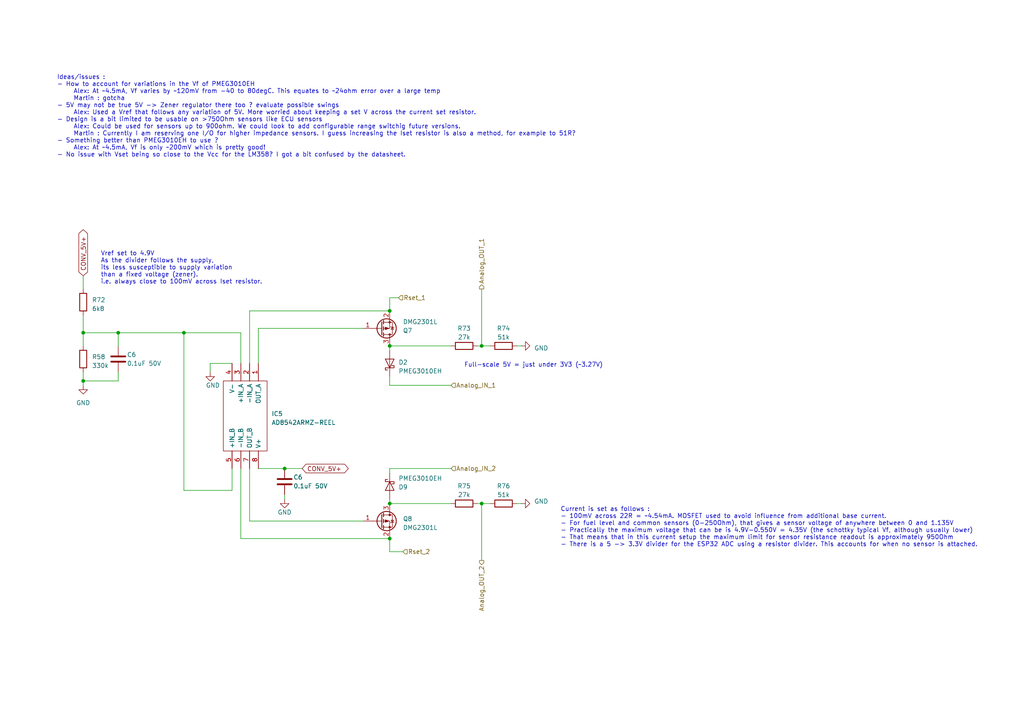
<source format=kicad_sch>
(kicad_sch (version 20230121) (generator eeschema)
  (paper "A4")
  (title_block (title "Vehicle Emulator Board") (date "2025-03-09") (rev "1.0.0") (comment 1 "https://github.com/martinroger/VXDash") (comment 2 "https://cadlab.io/projects/vxdash"))
  (lib_symbols
    (symbol "Device:C" (pin_numbers hide) (pin_names (offset 0.254))
      (property "Reference" "C" (at 0.635 2.54 0))
      (property "Value" "C" (at 0.635 -2.54 0))
      (symbol "C_0_1"
        (polyline (pts (xy -2.032 -0.762) (xy 2.032 -0.762)) (stroke (width 0.508)))
        (polyline (pts (xy -2.032 0.762) (xy 2.032 0.762)) (stroke (width 0.508)))
      )
      (symbol "C_1_1"
        (pin passive line (at 0 3.81 270) (length 2.794) (name "~") (number "1"))
        (pin passive line (at 0 -3.81 90) (length 2.794) (name "~") (number "2"))
      )
    )
    (symbol "Device:Q_PMOS_GSD" (pin_names (offset 0) hide)
      (property "Reference" "Q" (at 5.08 1.27 0))
      (property "Value" "Q_PMOS_GSD" (at 5.08 -1.27 0))
      (symbol "Q_PMOS_GSD_0_1"
        (polyline (pts (xy 0.254 0) (xy -2.54 0)))
        (polyline (pts (xy 0.254 1.905) (xy 0.254 -1.905)) (stroke (width 0.254)))
        (polyline (pts (xy 0.762 -1.27) (xy 0.762 -2.286)) (stroke (width 0.254)))
        (polyline (pts (xy 0.762 0.508) (xy 0.762 -0.508)) (stroke (width 0.254)))
        (polyline (pts (xy 0.762 2.286) (xy 0.762 1.27)) (stroke (width 0.254)))
        (polyline (pts (xy 2.54 2.54) (xy 2.54 1.778)))
        (polyline (pts (xy 2.54 -2.54) (xy 2.54 0) (xy 0.762 0)))
        (polyline (pts (xy 0.762 1.778) (xy 3.302 1.778) (xy 3.302 -1.778) (xy 0.762 -1.778)))
        (polyline (pts (xy 2.286 0) (xy 1.27 0.381) (xy 1.27 -0.381) (xy 2.286 0)) (fill (type outline)))
        (polyline (pts (xy 2.794 -0.508) (xy 2.921 -0.381) (xy 3.683 -0.381) (xy 3.81 -0.254)))
        (polyline (pts (xy 3.302 -0.381) (xy 2.921 0.254) (xy 3.683 0.254) (xy 3.302 -0.381)))
        (circle (center 1.651 0) (radius 2.794) (stroke (width 0.254)))
        (circle (center 2.54 -1.778) (radius 0.254) (fill (type outline)))
        (circle (center 2.54 1.778) (radius 0.254) (fill (type outline)))
      )
      (symbol "Q_PMOS_GSD_1_1"
        (pin input line (at -5.08 0 0) (length 2.54) (name "G") (number "1"))
        (pin passive line (at 2.54 -5.08 90) (length 2.54) (name "S") (number "2"))
        (pin passive line (at 2.54 5.08 270) (length 2.54) (name "D") (number "3"))
      )
    )
    (symbol "Device:R" (pin_numbers hide) (pin_names (offset 0))
      (property "Reference" "R" (at 2.032 0 90))
      (property "Value" "R" (at 0 0 90))
      (symbol "R_0_1"
        (rectangle (start -1.016 -2.54) (end 1.016 2.54) (stroke (width 0.254)))
      )
      (symbol "R_1_1"
        (pin passive line (at 0 3.81 270) (length 1.27) (name "~") (number "1"))
        (pin passive line (at 0 -3.81 90) (length 1.27) (name "~") (number "2"))
      )
    )
    (symbol "Diode:PMEG3010EH" (pin_numbers hide) (pin_names hide)
      (property "Reference" "D" (at 0 2.54 0))
      (property "Value" "PMEG3010EH" (at 0 -2.54 0))
      (symbol "PMEG3010EH_0_1"
        (polyline (pts (xy 1.27 0) (xy -1.27 0)))
        (polyline (pts (xy 1.27 1.27) (xy 1.27 -1.27) (xy -1.27 0) (xy 1.27 1.27)) (stroke (width 0.2032)))
        (polyline (pts (xy -1.905 0.635) (xy -1.905 1.27) (xy -1.27 1.27) (xy -1.27 -1.27) (xy -0.635 -1.27) (xy -0.635 -0.635)) (stroke (width 0.2032)))
      )
      (symbol "PMEG3010EH_1_1"
        (pin passive line (at -3.81 0 0) (length 2.54) (name "K") (number "1"))
        (pin passive line (at 3.81 0 180) (length 2.54) (name "A") (number "2"))
      )
    )
    (symbol "SamacSys_Parts:AD8542ARMZ-REEL" (pin_names (offset 0.762))
      (property "Reference" "IC" (at 26.67 7.62 0))
      (property "Value" "AD8542ARMZ-REEL" (at 26.67 5.08 0))
      (symbol "AD8542ARMZ-REEL_0_0"
        (pin passive line (at 0 0 0) (length 5.08) (name "OUT_A") (number "1"))
        (pin passive line (at 0 -2.54 0) (length 5.08) (name "-IN_A") (number "2"))
        (pin passive line (at 0 -5.08 0) (length 5.08) (name "+IN_A") (number "3"))
        (pin passive line (at 0 -7.62 0) (length 5.08) (name "V-") (number "4"))
        (pin passive line (at 30.48 -7.62 180) (length 5.08) (name "+IN_B") (number "5"))
        (pin passive line (at 30.48 -5.08 180) (length 5.08) (name "-IN_B") (number "6"))
        (pin passive line (at 30.48 -2.54 180) (length 5.08) (name "OUT_B") (number "7"))
        (pin passive line (at 30.48 0 180) (length 5.08) (name "V+") (number "8"))
      )
      (symbol "AD8542ARMZ-REEL_0_1"
        (polyline (pts (xy 5.08 2.54) (xy 25.4 2.54) (xy 25.4 -10.16) (xy 5.08 -10.16) (xy 5.08 2.54)) (stroke (width 0.1524)))
      )
    )
    (symbol "power:GND" (power) (pin_names (offset 0))
      (property "Value" "GND" (at 0 -3.81 0))
      (symbol "GND_0_1"
        (polyline (pts (xy 0 0) (xy 0 -1.27) (xy 1.27 -1.27) (xy 0 -2.54) (xy -1.27 -1.27) (xy 0 -1.27)))
      )
      (symbol "GND_1_1"
        (pin power_in line (at 0 0 270) (length 0) hide (name "GND") (number "1"))
      )
    )
  )
  (junction (at 113.03 90.17))
  (junction (at 139.7 100.33))
  (junction (at 113.03 146.05))
  (junction (at 139.7 146.05))
  (junction (at 82.55 135.89))
  (junction (at 53.34 96.52))
  (junction (at 24.13 110.49))
  (junction (at 113.03 100.33))
  (junction (at 34.29 96.52))
  (junction (at 113.03 156.21))
  (junction (at 24.13 96.52))
  (wire (pts (xy 34.29 107.95) (xy 34.29 110.49)))
  (wire (pts (xy 72.39 135.89) (xy 72.39 151.13)))
  (wire (pts (xy 113.03 146.05) (xy 113.03 144.78)))
  (wire (pts (xy 34.29 96.52) (xy 53.34 96.52)))
  (wire (pts (xy 60.96 105.41) (xy 67.31 105.41)))
  (wire (pts (xy 24.13 96.52) (xy 34.29 96.52)))
  (wire (pts (xy 74.93 105.41) (xy 74.93 95.25)))
  (wire (pts (xy 139.7 146.05) (xy 139.7 162.56)))
  (wire (pts (xy 69.85 105.41) (xy 69.85 96.52)))
  (wire (pts (xy 113.03 86.36) (xy 115.57 86.36)))
  (wire (pts (xy 24.13 110.49) (xy 24.13 111.76)))
  (wire (pts (xy 24.13 110.49) (xy 34.29 110.49)))
  (wire (pts (xy 67.31 135.89) (xy 67.31 142.24)))
  (wire (pts (xy 82.55 135.89) (xy 87.63 135.89)))
  (wire (pts (xy 139.7 146.05) (xy 142.24 146.05)))
  (wire (pts (xy 72.39 105.41) (xy 72.39 90.17)))
  (wire (pts (xy 139.7 83.82) (xy 139.7 100.33)))
  (wire (pts (xy 53.34 96.52) (xy 69.85 96.52)))
  (wire (pts (xy 72.39 90.17) (xy 113.03 90.17)))
  (wire (pts (xy 67.31 142.24) (xy 53.34 142.24)))
  (wire (pts (xy 24.13 107.95) (xy 24.13 110.49)))
  (wire (pts (xy 24.13 96.52) (xy 24.13 100.33)))
  (wire (pts (xy 24.13 91.44) (xy 24.13 96.52)))
  (wire (pts (xy 149.86 100.33) (xy 151.13 100.33)))
  (wire (pts (xy 113.03 100.33) (xy 130.81 100.33)))
  (wire (pts (xy 130.81 135.89) (xy 113.03 135.89)))
  (wire (pts (xy 74.93 95.25) (xy 105.41 95.25)))
  (wire (pts (xy 113.03 135.89) (xy 113.03 137.16)))
  (wire (pts (xy 82.55 144.78) (xy 82.55 143.51)))
  (wire (pts (xy 113.03 146.05) (xy 130.81 146.05)))
  (wire (pts (xy 60.96 107.95) (xy 60.96 105.41)))
  (wire (pts (xy 53.34 142.24) (xy 53.34 96.52)))
  (wire (pts (xy 113.03 111.76) (xy 130.81 111.76)))
  (wire (pts (xy 113.03 160.02) (xy 116.84 160.02)))
  (wire (pts (xy 138.43 146.05) (xy 139.7 146.05)))
  (wire (pts (xy 113.03 109.22) (xy 113.03 111.76)))
  (wire (pts (xy 113.03 86.36) (xy 113.03 90.17)))
  (wire (pts (xy 24.13 80.01) (xy 24.13 83.82)))
  (wire (pts (xy 142.24 100.33) (xy 139.7 100.33)))
  (wire (pts (xy 69.85 135.89) (xy 69.85 156.21)))
  (wire (pts (xy 34.29 96.52) (xy 34.29 100.33)))
  (wire (pts (xy 149.86 146.05) (xy 151.13 146.05)))
  (wire (pts (xy 113.03 156.21) (xy 69.85 156.21)))
  (wire (pts (xy 113.03 100.33) (xy 113.03 101.6)))
  (wire (pts (xy 138.43 100.33) (xy 139.7 100.33)))
  (wire (pts (xy 72.39 151.13) (xy 105.41 151.13)))
  (wire (pts (xy 74.93 135.89) (xy 82.55 135.89)))
  (wire (pts (xy 113.03 160.02) (xy 113.03 156.21)))
  (text "Vref set to 4.9V\nAs the divider follows the supply,\nits less susceptible to supply variation \nthan a fixed voltage (zener).\ni.e. always close to 100mV across Iset resistor." (at 29.21 82.55 0) (effects (font (size 1.27 1.27)) (justify left bottom)))
  (text "Full-scale 5V = just under 3V3 (~3.27V)" (at 134.62 106.68 0) (effects (font (size 1.27 1.27)) (justify left bottom)))
  (text "Current is set as follows :\n- 100mV across 22R = ~4.54mA. MOSFET used to avoid influence from additional base current.\n- For fuel level and common sensors (0-250Ohm), that gives a sensor voltage of anywhere between 0 and 1.135V\n- Practically the maximum voltage that can be is 4.9V-0.550V = 4.35V (the schottky typical Vf, although usually lower)\n- That means that in this current setup the maximum limit for sensor resistance readout is approximately 950Ohm\n- There is a 5 -> 3.3V divider for the ESP32 ADC using a resistor divider. This accounts for when no sensor is attached." (at 162.56 158.75 0) (effects (font (size 1.27 1.27)) (justify left bottom)))
  (text "Ideas/issues : \n- How to account for variations in the Vf of PMEG3010EH\n	Alex: At ~4.5mA, Vf varies by ~120mV from -40 to 80degC. This equates to ~24ohm error over a large temp\n	Martin : gotcha\n- 5V may not be true 5V -> Zener regulator there too ? evaluate possible swings\n	Alex: Used a Vref that follows any variation of 5V. More worried about keeping a set V across the current set resistor.\n- Design is a bit limited to be usable on >750Ohm sensors like ECU sensors\n	Alex: Could be used for sensors up to 900ohm. We could look to add configurable range switchig future versions.\n	Martin : Currently I am reserving one I/O for higher impedance sensors. I guess increasing the Iset resistor is also a method, for example to 51R?\n- Something better than PMEG3010EH to use ?\n	Alex: At ~4.5mA, Vf is only ~200mV which is pretty good!\n- No issue with Vset being so close to the Vcc for the LM358? I got a bit confused by the datasheet." (at 16.51 45.72 0) (effects (font (size 1.27 1.27)) (justify left bottom)))
  (global_label "CONV_5V+" (shape bidirectional) (at 87.63 135.89 0) (property "Intersheetrefs" "${INTERSHEET_REFS}" (effects hide)))
  (global_label "CONV_5V+" (shape bidirectional) (at 24.13 80.01 90) (property "Intersheetrefs" "${INTERSHEET_REFS}" (effects hide)))
  (hierarchical_label "Analog_IN_1" (shape input) (at 130.81 111.76 0))
  (hierarchical_label "Analog_IN_2" (shape input) (at 130.81 135.89 0))
  (hierarchical_label "Analog_OUT_1" (shape output) (at 139.7 83.82 90))
  (hierarchical_label "Analog_OUT_2" (shape output) (at 139.7 162.56 270))
  (hierarchical_label "Rset_1" (shape input) (at 115.57 86.36 0))
  (hierarchical_label "Rset_2" (shape input) (at 116.84 160.02 0))
  (symbol (lib_id "power:GND") (at 151.13 100.33 90) (unit 1)
    (property "Reference" "#PWR071" (effects hide))
    (property "Value" "GND" (at 154.94 100.965 90) (effects (justify right)))
    (instances (project "Vehicle Emulator Board" (path "" (reference "#PWR071") (unit 1)) (path "" (reference "#PWR061") (unit 1)) (path "" (reference "#PWR075") (unit 1))))
  )
  (symbol (lib_id "Device:Q_PMOS_GSD") (at 110.49 151.13 0) (unit 1)
    (property "Reference" "Q8" (at 116.84 150.495 0) (effects (justify left)))
    (property "Value" "DMG2301L" (at 116.84 153.035 0) (effects (justify left)))
    (property "Footprint" "Package_TO_SOT_SMD:SOT-23" (effects hide))
    (property "Datasheet" "https://www.diodes.com/assets/Datasheets/DMG2301L.pdf" (effects hide))
    (property "Description" "MOSFET P-CH 20V 3A SOT23" (effects hide))
    (property "Manufacturer_Name" "Diodes Incorporated" (effects hide))
    (property "Manufacturer_Part_Number" "DMG2301L-7" (effects hide))
    (instances (project "Vehicle Emulator Board" (path "" (reference "Q8") (unit 1)) (path "" (reference "Q4") (unit 1)) (path "" (reference "Q6") (unit 1))))
  )
  (symbol (lib_id "power:GND") (at 82.55 144.78 0) (unit 1)
    (property "Reference" "#PWR069" (effects hide))
    (property "Value" "GND" (at 82.55 148.59 0))
    (instances (project "Vehicle Emulator Board" (path "" (reference "#PWR069") (unit 1)) (path "" (reference "#PWR060") (unit 1)) (path "" (reference "#PWR074") (unit 1))))
  )
  (symbol (lib_id "power:GND") (at 151.13 146.05 90) (mirror x) (unit 1)
    (property "Reference" "#PWR072" (effects hide))
    (property "Value" "GND" (at 154.94 145.415 90) (effects (justify right)))
    (instances (project "Vehicle Emulator Board" (path "" (reference "#PWR072") (unit 1)) (path "" (reference "#PWR073") (unit 1)) (path "" (reference "#PWR076") (unit 1))))
  )
  (symbol (lib_id "Diode:PMEG3010EH") (at 113.03 140.97 90) (mirror x) (unit 1)
    (property "Reference" "D9" (at 115.57 141.2875 90) (effects (justify right)))
    (property "Value" "PMEG3010EH" (at 115.57 138.7475 90) (effects (justify right)))
    (property "Footprint" "Diode_SMD:D_SOD-123F" (effects hide))
    (property "Datasheet" "https://assets.nexperia.com/documents/data-sheet/PMEG3010EH_EJ_ET.pdf" (effects hide))
    (property "Description" "DIODE SCHOTTKY 30V 1A SOD123F" (effects hide))
    (property "Manufacturer_Name" "Nexperia" (effects hide))
    (property "Manufacturer_Part_Number" "PMEG3010EH,115" (effects hide))
    (instances (project "Vehicle Emulator Board" (path "" (reference "D9") (unit 1)) (path "" (reference "D4") (unit 1)) (path "" (reference "D6") (unit 1))))
  )
  (symbol (lib_id "SamacSys_Parts:AD8542ARMZ-REEL") (at 74.93 105.41 270) (unit 1)
    (property "Reference" "IC5" (at 78.74 120.015 90) (effects (justify left)))
    (property "Value" "AD8542ARMZ-REEL" (at 78.74 122.555 90) (effects (justify left)))
    (property "Footprint" "SOP65P490X110-8N" (effects hide))
    (property "Datasheet" "https://www.analog.com/AD8542/datasheet" (effects hide))
    (property "Description" " Single-supply operation: 2.7 V to 5.5 V  Low supply current: 45 A/amplifier  Wide bandwidth: 1 MHz  No phase reversal  Low input currents: 4 pA  Unity gain stable  Rail-to-rail input and output  AEC-Q100 qualified for automotive applications" (effects hide))
    (property "Height" "1.1" (effects hide))
    (property "Manufacturer_Name" "Analog Devices" (effects hide))
    (property "Manufacturer_Part_Number" "AD8542ARMZ-REEL" (effects hide))
    (property "Mouser Part Number" "584-AD8542ARMZ-R" (effects hide))
    (property "Mouser Price/Stock" "https://www.mouser.co.uk/ProductDetail/Analog-Devices/AD8542ARMZ-REEL?qs=%2FtpEQrCGXCzeOxAKFphJiQ%3D%3D" (effects hide))
    (property "Arrow Part Number" "AD8542ARMZ-REEL" (effects hide))
    (property "Arrow Price/Stock" "https://www.arrow.com/en/products/ad8542armz-reel/analog-devices?utm_currency=USD&region=nac" (effects hide))
    (instances (project "Vehicle Emulator Board" (path "" (reference "IC5") (unit 1)) (path "" (reference "IC6") (unit 1)) (path "" (reference "IC7") (unit 1))))
  )
  (symbol (lib_id "Device:R") (at 24.13 87.63 0) (unit 1)
    (property "Reference" "R72" (at 26.67 86.995 0) (effects (justify left)))
    (property "Value" "6k8" (at 26.67 89.535 0) (effects (justify left)))
    (property "Footprint" "Resistor_SMD:R_0603_1608Metric" (effects hide))
    (property "Datasheet" "https://www.yageo.com/upload/media/product/productsearch/datasheet/rchip/PYu-RC_Group_51_RoHS_L_12.pdf" (effects hide))
    (property "Description" "RES 6.8K OHM 1% 1/10W 0603" (effects hide))
    (property "Manufacturer_Name" "Yageo" (effects hide))
    (property "Manufacturer_Part_Number" "RC0603FR-076K8L" (effects hide))
    (instances (project "Vehicle Emulator Board" (path "" (reference "R72") (unit 1)) (path "" (reference "R48") (unit 1)) (path "" (reference "R56") (unit 1))))
  )
  (symbol (lib_id "Device:R") (at 146.05 100.33 90) (unit 1)
    (property "Reference" "R74" (at 146.05 95.25 90))
    (property "Value" "51k" (at 146.05 97.79 90))
    (property "Footprint" "Resistor_SMD:R_0603_1608Metric" (effects hide))
    (property "Datasheet" "https://www.yageo.com/upload/media/product/products/datasheet/rchip/PYu-RC_Group_51_RoHS_L_12.pdf" (effects hide))
    (property "Description" "RES 51K OHM 1% 1/10W 0603" (effects hide))
    (property "Manufacturer_Name" "Yageo" (effects hide))
    (property "Manufacturer_Part_Number" "RC0603FR-0751KL" (effects hide))
    (instances (project "Vehicle Emulator Board" (path "" (reference "R74") (unit 1)) (path "" (reference "R54") (unit 1)) (path "" (reference "R67") (unit 1))))
  )
  (symbol (lib_id "Device:R") (at 134.62 100.33 90) (unit 1)
    (property "Reference" "R73" (at 134.62 95.25 90))
    (property "Value" "27k" (at 134.62 97.79 90))
    (property "Footprint" "Resistor_SMD:R_0603_1608Metric" (effects hide))
    (property "Datasheet" "https://www.yageo.com/upload/media/product/products/datasheet/rchip/PYu-RC_Group_51_RoHS_L_12.pdf" (effects hide))
    (property "Description" "RES 27K OHM 1% 1/10W 0603" (effects hide))
    (property "Manufacturer_Name" "Yageo" (effects hide))
    (property "Manufacturer_Part_Number" "RC0603FR-0727KL" (effects hide))
    (instances (project "Vehicle Emulator Board" (path "" (reference "R73") (unit 1)) (path "" (reference "R51") (unit 1)) (path "" (reference "R61") (unit 1))))
  )
  (symbol (lib_id "Device:C") (at 34.29 104.14 0) (mirror x) (unit 1)
    (property "Reference" "C6" (at 36.83 102.87 0) (effects (justify left)))
    (property "Value" "0.1uF 50V" (at 36.83 105.41 0) (effects (justify left)))
    (property "Footprint" "Capacitor_SMD:C_0603_1608Metric" (effects hide))
    (property "Datasheet" "https://media.digikey.com/pdf/Data%20Sheets/Samsung%20PDFs/CL10B104KB8NNWC_Spec.pdf" (effects hide))
    (property "Manufacturer_Part_Number" "CL10B104KB8NNWC" (effects hide))
    (property "Manufacturer_Name" "Samsung" (effects hide))
    (property "Description" "CAP CER 0.1UF 50V X7R 0603" (effects hide))
    (instances (project "DashSpy" (path "" (reference "C6") (unit 1))) (project "Vehicle Emulator Board" (path "" (reference "C35") (unit 1)) (path "" (reference "C37") (unit 1)) (path "" (reference "C41") (unit 1)) (path "" (reference "C40") (unit 1)) (path "" (reference "C15") (unit 1))))
  )
  (symbol (lib_id "power:GND") (at 24.13 111.76 0) (unit 1)
    (property "Reference" "#PWR070" (effects hide))
    (property "Value" "GND" (at 24.13 116.84 0))
    (instances (project "Vehicle Emulator Board" (path "" (reference "#PWR070") (unit 1)) (path "" (reference "#PWR058") (unit 1)) (path "" (reference "#PWR062") (unit 1))))
  )
  (symbol (lib_id "Device:R") (at 134.62 146.05 90) (mirror x) (unit 1)
    (property "Reference" "R75" (at 134.62 140.97 90))
    (property "Value" "27k" (at 134.62 143.51 90))
    (property "Footprint" "Resistor_SMD:R_0603_1608Metric" (effects hide))
    (property "Datasheet" "https://www.yageo.com/upload/media/product/products/datasheet/rchip/PYu-RC_Group_51_RoHS_L_12.pdf" (effects hide))
    (property "Description" "RES 27K OHM 1% 1/10W 0603" (effects hide))
    (property "Manufacturer_Name" "Yageo" (effects hide))
    (property "Manufacturer_Part_Number" "RC0603FR-0727KL" (effects hide))
    (instances (project "Vehicle Emulator Board" (path "" (reference "R75") (unit 1)) (path "" (reference "R53") (unit 1)) (path "" (reference "R66") (unit 1))))
  )
  (symbol (lib_id "Device:Q_PMOS_GSD") (at 110.49 95.25 0) (mirror x) (unit 1)
    (property "Reference" "Q7" (at 116.84 95.885 0) (effects (justify left)))
    (property "Value" "DMG2301L" (at 116.84 93.345 0) (effects (justify left)))
    (property "Footprint" "Package_TO_SOT_SMD:SOT-23" (effects hide))
    (property "Datasheet" "https://www.diodes.com/assets/Datasheets/DMG2301L.pdf" (effects hide))
    (property "Description" "MOSFET P-CH 20V 3A SOT23" (effects hide))
    (property "Manufacturer_Name" "Diodes Incorporated" (effects hide))
    (property "Manufacturer_Part_Number" "DMG2301L-7" (effects hide))
    (instances (project "Vehicle Emulator Board" (path "" (reference "Q7") (unit 1)) (path "" (reference "Q3") (unit 1)) (path "" (reference "Q5") (unit 1))))
  )
  (symbol (lib_id "power:GND") (at 60.96 107.95 0) (unit 1)
    (property "Reference" "#PWR064" (effects hide))
    (property "Value" "GND" (at 59.69 111.76 0) (effects (justify left)))
    (instances (project "Vehicle Emulator Board" (path "" (reference "#PWR064") (unit 1)) (path "" (reference "#PWR059") (unit 1)) (path "" (reference "#PWR063") (unit 1))))
  )
  (symbol (lib_id "Device:R") (at 146.05 146.05 90) (mirror x) (unit 1)
    (property "Reference" "R76" (at 146.05 140.97 90))
    (property "Value" "51k" (at 146.05 143.51 90))
    (property "Footprint" "Resistor_SMD:R_0603_1608Metric" (effects hide))
    (property "Datasheet" "https://www.yageo.com/upload/media/product/products/datasheet/rchip/PYu-RC_Group_51_RoHS_L_12.pdf" (effects hide))
    (property "Description" "RES 51K OHM 1% 1/10W 0603" (effects hide))
    (property "Manufacturer_Name" "Yageo" (effects hide))
    (property "Manufacturer_Part_Number" "RC0603FR-0751KL" (effects hide))
    (instances (project "Vehicle Emulator Board" (path "" (reference "R76") (unit 1)) (path "" (reference "R55") (unit 1)) (path "" (reference "R68") (unit 1))))
  )
  (symbol (lib_id "Device:C") (at 82.55 139.7 0) (mirror x) (unit 1)
    (property "Reference" "C6" (at 85.09 138.43 0) (effects (justify left)))
    (property "Value" "0.1uF 50V" (at 85.09 140.97 0) (effects (justify left)))
    (property "Footprint" "Capacitor_SMD:C_0603_1608Metric" (effects hide))
    (property "Datasheet" "https://media.digikey.com/pdf/Data%20Sheets/Samsung%20PDFs/CL10B104KB8NNWC_Spec.pdf" (effects hide))
    (property "Manufacturer_Part_Number" "CL10B104KB8NNWC" (effects hide))
    (property "Manufacturer_Name" "Samsung" (effects hide))
    (property "Description" "CAP CER 0.1UF 50V X7R 0603" (effects hide))
    (instances (project "DashSpy" (path "" (reference "C6") (unit 1))) (project "Vehicle Emulator Board" (path "" (reference "C35") (unit 1)) (path "" (reference "C37") (unit 1)) (path "" (reference "C13") (unit 1)) (path "" (reference "C14") (unit 1)) (path "" (reference "C42") (unit 1))))
  )
  (symbol (lib_id "Device:R") (at 24.13 104.14 0) (unit 1)
    (property "Reference" "R58" (at 26.67 103.505 0) (effects (justify left)))
    (property "Value" "330k" (at 26.67 106.045 0) (effects (justify left)))
    (property "Footprint" "Resistor_SMD:R_0603_1608Metric" (effects hide))
    (property "Datasheet" "https://www.yageo.com/upload/media/product/productsearch/datasheet/rchip/PYu-RC_Group_51_RoHS_L_12.pdf" (effects hide))
    (property "Description" "RES 330K OHM 1% 1/10W 0603" (effects hide))
    (property "Manufacturer_Name" "Yageo" (effects hide))
    (property "Manufacturer_Part_Number" "RC0603FR-07330KL" (effects hide))
    (instances (project "Vehicle Emulator Board" (path "" (reference "R58") (unit 1)) (path "" (reference "R57") (unit 1)) (path "" (reference "R59") (unit 1))))
  )
  (symbol (lib_id "Diode:PMEG3010EH") (at 113.03 105.41 90) (unit 1)
    (property "Reference" "D2" (at 115.57 105.0925 90) (effects (justify right)))
    (property "Value" "PMEG3010EH" (at 115.57 107.6325 90) (effects (justify right)))
    (property "Footprint" "Diode_SMD:D_SOD-123F" (effects hide))
    (property "Datasheet" "https://assets.nexperia.com/documents/data-sheet/PMEG3010EH_EJ_ET.pdf" (effects hide))
    (property "Description" "DIODE SCHOTTKY 30V 1A SOD123F" (effects hide))
    (property "Manufacturer_Name" "Nexperia" (effects hide))
    (property "Manufacturer_Part_Number" "PMEG3010EH,115" (effects hide))
    (instances (project "Vehicle Emulator Board" (path "" (reference "D2") (unit 1)) (path "" (reference "D3") (unit 1)) (path "" (reference "D5") (unit 1))))
  )
)
</source>
